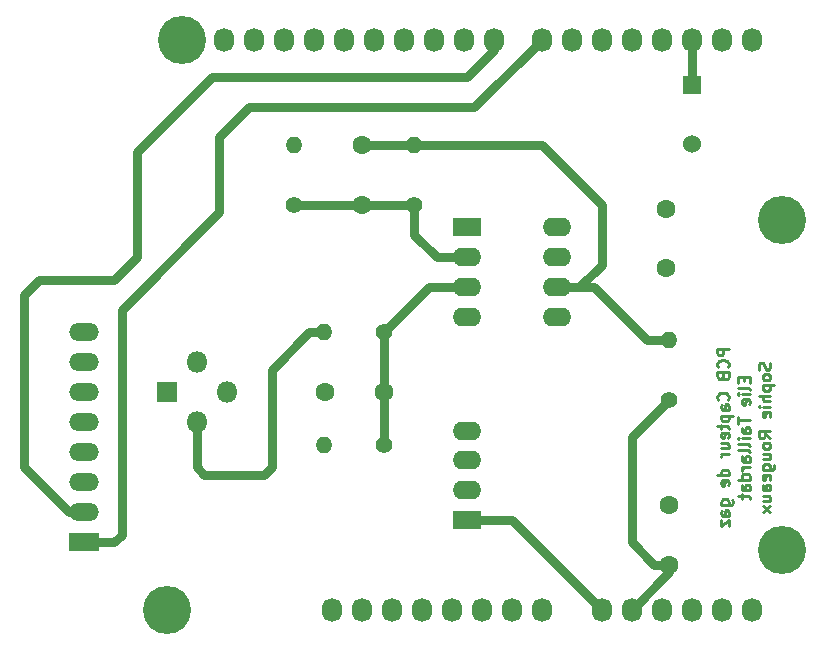
<source format=gbr>
G04 #@! TF.GenerationSoftware,KiCad,Pcbnew,(5.0.0)*
G04 #@! TF.CreationDate,2018-11-13T08:44:11+01:00*
G04 #@! TF.ProjectId,UNO,554E4F2E6B696361645F706362000000,rev?*
G04 #@! TF.SameCoordinates,Original*
G04 #@! TF.FileFunction,Copper,L2,Bot,Signal*
G04 #@! TF.FilePolarity,Positive*
%FSLAX46Y46*%
G04 Gerber Fmt 4.6, Leading zero omitted, Abs format (unit mm)*
G04 Created by KiCad (PCBNEW (5.0.0)) date 11/13/18 08:44:11*
%MOMM*%
%LPD*%
G01*
G04 APERTURE LIST*
G04 #@! TA.AperFunction,NonConductor*
%ADD10C,0.250000*%
G04 #@! TD*
G04 #@! TA.AperFunction,ComponentPad*
%ADD11O,2.400000X1.600000*%
G04 #@! TD*
G04 #@! TA.AperFunction,ComponentPad*
%ADD12R,2.400000X1.600000*%
G04 #@! TD*
G04 #@! TA.AperFunction,ComponentPad*
%ADD13C,1.524000*%
G04 #@! TD*
G04 #@! TA.AperFunction,ComponentPad*
%ADD14R,1.524000X1.524000*%
G04 #@! TD*
G04 #@! TA.AperFunction,ComponentPad*
%ADD15R,2.524000X1.524000*%
G04 #@! TD*
G04 #@! TA.AperFunction,ComponentPad*
%ADD16O,2.524000X1.524000*%
G04 #@! TD*
G04 #@! TA.AperFunction,ComponentPad*
%ADD17O,1.727200X2.032000*%
G04 #@! TD*
G04 #@! TA.AperFunction,ComponentPad*
%ADD18C,4.064000*%
G04 #@! TD*
G04 #@! TA.AperFunction,ComponentPad*
%ADD19C,1.600000*%
G04 #@! TD*
G04 #@! TA.AperFunction,ComponentPad*
%ADD20O,1.400000X1.400000*%
G04 #@! TD*
G04 #@! TA.AperFunction,ComponentPad*
%ADD21C,1.400000*%
G04 #@! TD*
G04 #@! TA.AperFunction,ComponentPad*
%ADD22R,1.800000X1.800000*%
G04 #@! TD*
G04 #@! TA.AperFunction,ComponentPad*
%ADD23O,1.800000X1.800000*%
G04 #@! TD*
G04 #@! TA.AperFunction,Conductor*
%ADD24C,0.800000*%
G04 #@! TD*
G04 APERTURE END LIST*
D10*
X172565380Y-101743809D02*
X171565380Y-101743809D01*
X171565380Y-102124761D01*
X171613000Y-102220000D01*
X171660619Y-102267619D01*
X171755857Y-102315238D01*
X171898714Y-102315238D01*
X171993952Y-102267619D01*
X172041571Y-102220000D01*
X172089190Y-102124761D01*
X172089190Y-101743809D01*
X172470142Y-103315238D02*
X172517761Y-103267619D01*
X172565380Y-103124761D01*
X172565380Y-103029523D01*
X172517761Y-102886666D01*
X172422523Y-102791428D01*
X172327285Y-102743809D01*
X172136809Y-102696190D01*
X171993952Y-102696190D01*
X171803476Y-102743809D01*
X171708238Y-102791428D01*
X171613000Y-102886666D01*
X171565380Y-103029523D01*
X171565380Y-103124761D01*
X171613000Y-103267619D01*
X171660619Y-103315238D01*
X172041571Y-104077142D02*
X172089190Y-104220000D01*
X172136809Y-104267619D01*
X172232047Y-104315238D01*
X172374904Y-104315238D01*
X172470142Y-104267619D01*
X172517761Y-104220000D01*
X172565380Y-104124761D01*
X172565380Y-103743809D01*
X171565380Y-103743809D01*
X171565380Y-104077142D01*
X171613000Y-104172380D01*
X171660619Y-104220000D01*
X171755857Y-104267619D01*
X171851095Y-104267619D01*
X171946333Y-104220000D01*
X171993952Y-104172380D01*
X172041571Y-104077142D01*
X172041571Y-103743809D01*
X172470142Y-106077142D02*
X172517761Y-106029523D01*
X172565380Y-105886666D01*
X172565380Y-105791428D01*
X172517761Y-105648571D01*
X172422523Y-105553333D01*
X172327285Y-105505714D01*
X172136809Y-105458095D01*
X171993952Y-105458095D01*
X171803476Y-105505714D01*
X171708238Y-105553333D01*
X171613000Y-105648571D01*
X171565380Y-105791428D01*
X171565380Y-105886666D01*
X171613000Y-106029523D01*
X171660619Y-106077142D01*
X172565380Y-106934285D02*
X172041571Y-106934285D01*
X171946333Y-106886666D01*
X171898714Y-106791428D01*
X171898714Y-106600952D01*
X171946333Y-106505714D01*
X172517761Y-106934285D02*
X172565380Y-106839047D01*
X172565380Y-106600952D01*
X172517761Y-106505714D01*
X172422523Y-106458095D01*
X172327285Y-106458095D01*
X172232047Y-106505714D01*
X172184428Y-106600952D01*
X172184428Y-106839047D01*
X172136809Y-106934285D01*
X171898714Y-107410476D02*
X172898714Y-107410476D01*
X171946333Y-107410476D02*
X171898714Y-107505714D01*
X171898714Y-107696190D01*
X171946333Y-107791428D01*
X171993952Y-107839047D01*
X172089190Y-107886666D01*
X172374904Y-107886666D01*
X172470142Y-107839047D01*
X172517761Y-107791428D01*
X172565380Y-107696190D01*
X172565380Y-107505714D01*
X172517761Y-107410476D01*
X171898714Y-108172380D02*
X171898714Y-108553333D01*
X171565380Y-108315238D02*
X172422523Y-108315238D01*
X172517761Y-108362857D01*
X172565380Y-108458095D01*
X172565380Y-108553333D01*
X172517761Y-109267619D02*
X172565380Y-109172380D01*
X172565380Y-108981904D01*
X172517761Y-108886666D01*
X172422523Y-108839047D01*
X172041571Y-108839047D01*
X171946333Y-108886666D01*
X171898714Y-108981904D01*
X171898714Y-109172380D01*
X171946333Y-109267619D01*
X172041571Y-109315238D01*
X172136809Y-109315238D01*
X172232047Y-108839047D01*
X171898714Y-110172380D02*
X172565380Y-110172380D01*
X171898714Y-109743809D02*
X172422523Y-109743809D01*
X172517761Y-109791428D01*
X172565380Y-109886666D01*
X172565380Y-110029523D01*
X172517761Y-110124761D01*
X172470142Y-110172380D01*
X172565380Y-110648571D02*
X171898714Y-110648571D01*
X172089190Y-110648571D02*
X171993952Y-110696190D01*
X171946333Y-110743809D01*
X171898714Y-110839047D01*
X171898714Y-110934285D01*
X172565380Y-112458095D02*
X171565380Y-112458095D01*
X172517761Y-112458095D02*
X172565380Y-112362857D01*
X172565380Y-112172380D01*
X172517761Y-112077142D01*
X172470142Y-112029523D01*
X172374904Y-111981904D01*
X172089190Y-111981904D01*
X171993952Y-112029523D01*
X171946333Y-112077142D01*
X171898714Y-112172380D01*
X171898714Y-112362857D01*
X171946333Y-112458095D01*
X172517761Y-113315238D02*
X172565380Y-113219999D01*
X172565380Y-113029523D01*
X172517761Y-112934285D01*
X172422523Y-112886666D01*
X172041571Y-112886666D01*
X171946333Y-112934285D01*
X171898714Y-113029523D01*
X171898714Y-113219999D01*
X171946333Y-113315238D01*
X172041571Y-113362857D01*
X172136809Y-113362857D01*
X172232047Y-112886666D01*
X171898714Y-114981904D02*
X172708238Y-114981904D01*
X172803476Y-114934285D01*
X172851095Y-114886666D01*
X172898714Y-114791428D01*
X172898714Y-114648571D01*
X172851095Y-114553333D01*
X172517761Y-114981904D02*
X172565380Y-114886666D01*
X172565380Y-114696190D01*
X172517761Y-114600952D01*
X172470142Y-114553333D01*
X172374904Y-114505714D01*
X172089190Y-114505714D01*
X171993952Y-114553333D01*
X171946333Y-114600952D01*
X171898714Y-114696190D01*
X171898714Y-114886666D01*
X171946333Y-114981904D01*
X172565380Y-115886666D02*
X172041571Y-115886666D01*
X171946333Y-115839047D01*
X171898714Y-115743809D01*
X171898714Y-115553333D01*
X171946333Y-115458095D01*
X172517761Y-115886666D02*
X172565380Y-115791428D01*
X172565380Y-115553333D01*
X172517761Y-115458095D01*
X172422523Y-115410476D01*
X172327285Y-115410476D01*
X172232047Y-115458095D01*
X172184428Y-115553333D01*
X172184428Y-115791428D01*
X172136809Y-115886666D01*
X171898714Y-116267619D02*
X171898714Y-116791428D01*
X172565380Y-116267619D01*
X172565380Y-116791428D01*
X173791571Y-104148571D02*
X173791571Y-104481904D01*
X174315380Y-104624761D02*
X174315380Y-104148571D01*
X173315380Y-104148571D01*
X173315380Y-104624761D01*
X174315380Y-105196190D02*
X174267761Y-105100952D01*
X174172523Y-105053333D01*
X173315380Y-105053333D01*
X174315380Y-105577142D02*
X173648714Y-105577142D01*
X173315380Y-105577142D02*
X173363000Y-105529523D01*
X173410619Y-105577142D01*
X173363000Y-105624761D01*
X173315380Y-105577142D01*
X173410619Y-105577142D01*
X174267761Y-106434285D02*
X174315380Y-106339047D01*
X174315380Y-106148571D01*
X174267761Y-106053333D01*
X174172523Y-106005714D01*
X173791571Y-106005714D01*
X173696333Y-106053333D01*
X173648714Y-106148571D01*
X173648714Y-106339047D01*
X173696333Y-106434285D01*
X173791571Y-106481904D01*
X173886809Y-106481904D01*
X173982047Y-106005714D01*
X173315380Y-107529523D02*
X173315380Y-108100952D01*
X174315380Y-107815238D02*
X173315380Y-107815238D01*
X174315380Y-108862857D02*
X173791571Y-108862857D01*
X173696333Y-108815238D01*
X173648714Y-108720000D01*
X173648714Y-108529523D01*
X173696333Y-108434285D01*
X174267761Y-108862857D02*
X174315380Y-108767619D01*
X174315380Y-108529523D01*
X174267761Y-108434285D01*
X174172523Y-108386666D01*
X174077285Y-108386666D01*
X173982047Y-108434285D01*
X173934428Y-108529523D01*
X173934428Y-108767619D01*
X173886809Y-108862857D01*
X174315380Y-109339047D02*
X173648714Y-109339047D01*
X173315380Y-109339047D02*
X173363000Y-109291428D01*
X173410619Y-109339047D01*
X173363000Y-109386666D01*
X173315380Y-109339047D01*
X173410619Y-109339047D01*
X174315380Y-109958095D02*
X174267761Y-109862857D01*
X174172523Y-109815238D01*
X173315380Y-109815238D01*
X174315380Y-110481904D02*
X174267761Y-110386666D01*
X174172523Y-110339047D01*
X173315380Y-110339047D01*
X174315380Y-111291428D02*
X173791571Y-111291428D01*
X173696333Y-111243809D01*
X173648714Y-111148571D01*
X173648714Y-110958095D01*
X173696333Y-110862857D01*
X174267761Y-111291428D02*
X174315380Y-111196190D01*
X174315380Y-110958095D01*
X174267761Y-110862857D01*
X174172523Y-110815238D01*
X174077285Y-110815238D01*
X173982047Y-110862857D01*
X173934428Y-110958095D01*
X173934428Y-111196190D01*
X173886809Y-111291428D01*
X174315380Y-111767619D02*
X173648714Y-111767619D01*
X173839190Y-111767619D02*
X173743952Y-111815238D01*
X173696333Y-111862857D01*
X173648714Y-111958095D01*
X173648714Y-112053333D01*
X174315380Y-112815238D02*
X173315380Y-112815238D01*
X174267761Y-112815238D02*
X174315380Y-112720000D01*
X174315380Y-112529523D01*
X174267761Y-112434285D01*
X174220142Y-112386666D01*
X174124904Y-112339047D01*
X173839190Y-112339047D01*
X173743952Y-112386666D01*
X173696333Y-112434285D01*
X173648714Y-112529523D01*
X173648714Y-112720000D01*
X173696333Y-112815238D01*
X174315380Y-113720000D02*
X173791571Y-113720000D01*
X173696333Y-113672380D01*
X173648714Y-113577142D01*
X173648714Y-113386666D01*
X173696333Y-113291428D01*
X174267761Y-113720000D02*
X174315380Y-113624761D01*
X174315380Y-113386666D01*
X174267761Y-113291428D01*
X174172523Y-113243809D01*
X174077285Y-113243809D01*
X173982047Y-113291428D01*
X173934428Y-113386666D01*
X173934428Y-113624761D01*
X173886809Y-113720000D01*
X173648714Y-114053333D02*
X173648714Y-114434285D01*
X173315380Y-114196190D02*
X174172523Y-114196190D01*
X174267761Y-114243809D01*
X174315380Y-114339047D01*
X174315380Y-114434285D01*
X176017761Y-102934285D02*
X176065380Y-103077142D01*
X176065380Y-103315238D01*
X176017761Y-103410476D01*
X175970142Y-103458095D01*
X175874904Y-103505714D01*
X175779666Y-103505714D01*
X175684428Y-103458095D01*
X175636809Y-103410476D01*
X175589190Y-103315238D01*
X175541571Y-103124761D01*
X175493952Y-103029523D01*
X175446333Y-102981904D01*
X175351095Y-102934285D01*
X175255857Y-102934285D01*
X175160619Y-102981904D01*
X175113000Y-103029523D01*
X175065380Y-103124761D01*
X175065380Y-103362857D01*
X175113000Y-103505714D01*
X176065380Y-104077142D02*
X176017761Y-103981904D01*
X175970142Y-103934285D01*
X175874904Y-103886666D01*
X175589190Y-103886666D01*
X175493952Y-103934285D01*
X175446333Y-103981904D01*
X175398714Y-104077142D01*
X175398714Y-104220000D01*
X175446333Y-104315238D01*
X175493952Y-104362857D01*
X175589190Y-104410476D01*
X175874904Y-104410476D01*
X175970142Y-104362857D01*
X176017761Y-104315238D01*
X176065380Y-104220000D01*
X176065380Y-104077142D01*
X175398714Y-104839047D02*
X176398714Y-104839047D01*
X175446333Y-104839047D02*
X175398714Y-104934285D01*
X175398714Y-105124761D01*
X175446333Y-105220000D01*
X175493952Y-105267619D01*
X175589190Y-105315238D01*
X175874904Y-105315238D01*
X175970142Y-105267619D01*
X176017761Y-105220000D01*
X176065380Y-105124761D01*
X176065380Y-104934285D01*
X176017761Y-104839047D01*
X176065380Y-105743809D02*
X175065380Y-105743809D01*
X176065380Y-106172380D02*
X175541571Y-106172380D01*
X175446333Y-106124761D01*
X175398714Y-106029523D01*
X175398714Y-105886666D01*
X175446333Y-105791428D01*
X175493952Y-105743809D01*
X176065380Y-106648571D02*
X175398714Y-106648571D01*
X175065380Y-106648571D02*
X175113000Y-106600952D01*
X175160619Y-106648571D01*
X175113000Y-106696190D01*
X175065380Y-106648571D01*
X175160619Y-106648571D01*
X176017761Y-107505714D02*
X176065380Y-107410476D01*
X176065380Y-107220000D01*
X176017761Y-107124761D01*
X175922523Y-107077142D01*
X175541571Y-107077142D01*
X175446333Y-107124761D01*
X175398714Y-107220000D01*
X175398714Y-107410476D01*
X175446333Y-107505714D01*
X175541571Y-107553333D01*
X175636809Y-107553333D01*
X175732047Y-107077142D01*
X176065380Y-109315238D02*
X175589190Y-108981904D01*
X176065380Y-108743809D02*
X175065380Y-108743809D01*
X175065380Y-109124761D01*
X175113000Y-109220000D01*
X175160619Y-109267619D01*
X175255857Y-109315238D01*
X175398714Y-109315238D01*
X175493952Y-109267619D01*
X175541571Y-109220000D01*
X175589190Y-109124761D01*
X175589190Y-108743809D01*
X176065380Y-109886666D02*
X176017761Y-109791428D01*
X175970142Y-109743809D01*
X175874904Y-109696190D01*
X175589190Y-109696190D01*
X175493952Y-109743809D01*
X175446333Y-109791428D01*
X175398714Y-109886666D01*
X175398714Y-110029523D01*
X175446333Y-110124761D01*
X175493952Y-110172380D01*
X175589190Y-110220000D01*
X175874904Y-110220000D01*
X175970142Y-110172380D01*
X176017761Y-110124761D01*
X176065380Y-110029523D01*
X176065380Y-109886666D01*
X175398714Y-111077142D02*
X176065380Y-111077142D01*
X175398714Y-110648571D02*
X175922523Y-110648571D01*
X176017761Y-110696190D01*
X176065380Y-110791428D01*
X176065380Y-110934285D01*
X176017761Y-111029523D01*
X175970142Y-111077142D01*
X175398714Y-111981904D02*
X176208238Y-111981904D01*
X176303476Y-111934285D01*
X176351095Y-111886666D01*
X176398714Y-111791428D01*
X176398714Y-111648571D01*
X176351095Y-111553333D01*
X176017761Y-111981904D02*
X176065380Y-111886666D01*
X176065380Y-111696190D01*
X176017761Y-111600952D01*
X175970142Y-111553333D01*
X175874904Y-111505714D01*
X175589190Y-111505714D01*
X175493952Y-111553333D01*
X175446333Y-111600952D01*
X175398714Y-111696190D01*
X175398714Y-111886666D01*
X175446333Y-111981904D01*
X176017761Y-112839047D02*
X176065380Y-112743809D01*
X176065380Y-112553333D01*
X176017761Y-112458095D01*
X175922523Y-112410476D01*
X175541571Y-112410476D01*
X175446333Y-112458095D01*
X175398714Y-112553333D01*
X175398714Y-112743809D01*
X175446333Y-112839047D01*
X175541571Y-112886666D01*
X175636809Y-112886666D01*
X175732047Y-112410476D01*
X176065380Y-113743809D02*
X175541571Y-113743809D01*
X175446333Y-113696190D01*
X175398714Y-113600952D01*
X175398714Y-113410476D01*
X175446333Y-113315238D01*
X176017761Y-113743809D02*
X176065380Y-113648571D01*
X176065380Y-113410476D01*
X176017761Y-113315238D01*
X175922523Y-113267619D01*
X175827285Y-113267619D01*
X175732047Y-113315238D01*
X175684428Y-113410476D01*
X175684428Y-113648571D01*
X175636809Y-113743809D01*
X175398714Y-114648571D02*
X176065380Y-114648571D01*
X175398714Y-114220000D02*
X175922523Y-114220000D01*
X176017761Y-114267619D01*
X176065380Y-114362857D01*
X176065380Y-114505714D01*
X176017761Y-114600952D01*
X175970142Y-114648571D01*
X176065380Y-115029523D02*
X175398714Y-115553333D01*
X175398714Y-115029523D02*
X176065380Y-115553333D01*
D11*
G04 #@! TO.P,J1,4*
G04 #@! TO.N,GND*
X150368000Y-108705000D03*
G04 #@! TO.P,J1,3*
G04 #@! TO.N,3V3*
X150368000Y-111205000D03*
G04 #@! TO.P,J1,2*
G04 #@! TO.N,/Analog2*
X150368000Y-113705000D03*
D12*
G04 #@! TO.P,J1,1*
G04 #@! TO.N,/A0*
X150368000Y-116205000D03*
G04 #@! TD*
D13*
G04 #@! TO.P,J2,2*
G04 #@! TO.N,GND*
X169418000Y-84375000D03*
D14*
G04 #@! TO.P,J2,1*
G04 #@! TO.N,/2*
X169418000Y-79375000D03*
G04 #@! TD*
D15*
G04 #@! TO.P,U10,1*
G04 #@! TO.N,/7*
X117983000Y-118110000D03*
D16*
G04 #@! TO.P,U10,2*
G04 #@! TO.N,/8*
X117983000Y-115570000D03*
G04 #@! TO.P,U10,3*
G04 #@! TO.N,Net-(U10-Pad3)*
X117983000Y-113030000D03*
G04 #@! TO.P,U10,4*
G04 #@! TO.N,Net-(U10-Pad4)*
X117983000Y-110490000D03*
G04 #@! TO.P,U10,5*
G04 #@! TO.N,/Reset*
X117983000Y-107950000D03*
G04 #@! TO.P,U10,6*
G04 #@! TO.N,3V3*
X117983000Y-105410000D03*
G04 #@! TO.P,U10,7*
G04 #@! TO.N,Net-(U10-Pad7)*
X117983000Y-102870000D03*
G04 #@! TO.P,U10,8*
G04 #@! TO.N,GND*
X117983000Y-100330000D03*
G04 #@! TD*
D17*
G04 #@! TO.P,P1,8*
G04 #@! TO.N,/Vin*
X156718000Y-123825000D03*
G04 #@! TO.P,P1,7*
G04 #@! TO.N,GND*
X154178000Y-123825000D03*
G04 #@! TO.P,P1,6*
X151638000Y-123825000D03*
G04 #@! TO.P,P1,5*
G04 #@! TO.N,5V*
X149098000Y-123825000D03*
G04 #@! TO.P,P1,4*
G04 #@! TO.N,3V3*
X146558000Y-123825000D03*
G04 #@! TO.P,P1,3*
G04 #@! TO.N,/Reset*
X144018000Y-123825000D03*
G04 #@! TO.P,P1,2*
G04 #@! TO.N,/IOREF*
X141478000Y-123825000D03*
G04 #@! TO.P,P1,1*
G04 #@! TO.N,Net-(P1-Pad1)*
X138938000Y-123825000D03*
G04 #@! TD*
G04 #@! TO.P,P2,6*
G04 #@! TO.N,/A5*
X174498000Y-123825000D03*
G04 #@! TO.P,P2,5*
G04 #@! TO.N,/A4*
X171958000Y-123825000D03*
G04 #@! TO.P,P2,4*
G04 #@! TO.N,/A3*
X169418000Y-123825000D03*
G04 #@! TO.P,P2,3*
G04 #@! TO.N,/A2*
X166878000Y-123825000D03*
G04 #@! TO.P,P2,2*
G04 #@! TO.N,/A1*
X164338000Y-123825000D03*
G04 #@! TO.P,P2,1*
G04 #@! TO.N,/A0*
X161798000Y-123825000D03*
G04 #@! TD*
G04 #@! TO.P,P3,10*
G04 #@! TO.N,/8*
X152654000Y-75565000D03*
G04 #@! TO.P,P3,9*
G04 #@! TO.N,/9(\002A\002A)*
X150114000Y-75565000D03*
G04 #@! TO.P,P3,8*
G04 #@! TO.N,/10(\002A\002A/SS)*
X147574000Y-75565000D03*
G04 #@! TO.P,P3,7*
G04 #@! TO.N,/11(\002A\002A/MOSI)*
X145034000Y-75565000D03*
G04 #@! TO.P,P3,6*
G04 #@! TO.N,/12(MISO)*
X142494000Y-75565000D03*
G04 #@! TO.P,P3,5*
G04 #@! TO.N,/13(SCK)*
X139954000Y-75565000D03*
G04 #@! TO.P,P3,4*
G04 #@! TO.N,GND*
X137414000Y-75565000D03*
G04 #@! TO.P,P3,3*
G04 #@! TO.N,/AREF*
X134874000Y-75565000D03*
G04 #@! TO.P,P3,2*
G04 #@! TO.N,/A4(SDA)*
X132334000Y-75565000D03*
G04 #@! TO.P,P3,1*
G04 #@! TO.N,/A5(SCL)*
X129794000Y-75565000D03*
G04 #@! TD*
G04 #@! TO.P,P4,8*
G04 #@! TO.N,/0(Rx)*
X174498000Y-75565000D03*
G04 #@! TO.P,P4,7*
G04 #@! TO.N,/1(Tx)*
X171958000Y-75565000D03*
G04 #@! TO.P,P4,6*
G04 #@! TO.N,/2*
X169418000Y-75565000D03*
G04 #@! TO.P,P4,5*
G04 #@! TO.N,/3(\002A\002A)*
X166878000Y-75565000D03*
G04 #@! TO.P,P4,4*
G04 #@! TO.N,/4*
X164338000Y-75565000D03*
G04 #@! TO.P,P4,3*
G04 #@! TO.N,/5(\002A\002A)*
X161798000Y-75565000D03*
G04 #@! TO.P,P4,2*
G04 #@! TO.N,/6(\002A\002A)*
X159258000Y-75565000D03*
G04 #@! TO.P,P4,1*
G04 #@! TO.N,/7*
X156718000Y-75565000D03*
G04 #@! TD*
D18*
G04 #@! TO.P,P5,1*
G04 #@! TO.N,Net-(P5-Pad1)*
X124968000Y-123825000D03*
G04 #@! TD*
G04 #@! TO.P,P6,1*
G04 #@! TO.N,Net-(P6-Pad1)*
X177038000Y-118745000D03*
G04 #@! TD*
G04 #@! TO.P,P7,1*
G04 #@! TO.N,Net-(P7-Pad1)*
X126238000Y-75565000D03*
G04 #@! TD*
G04 #@! TO.P,P8,1*
G04 #@! TO.N,Net-(P8-Pad1)*
X177038000Y-90805000D03*
G04 #@! TD*
D19*
G04 #@! TO.P,C1,2*
G04 #@! TO.N,GND*
X138383000Y-105410000D03*
G04 #@! TO.P,C1,1*
G04 #@! TO.N,Net-(C1-Pad1)*
X143383000Y-105410000D03*
G04 #@! TD*
G04 #@! TO.P,C2,2*
G04 #@! TO.N,GND*
X167513000Y-115015000D03*
G04 #@! TO.P,C2,1*
G04 #@! TO.N,/A1*
X167513000Y-120015000D03*
G04 #@! TD*
G04 #@! TO.P,C3,2*
G04 #@! TO.N,GND*
X167195500Y-89932500D03*
G04 #@! TO.P,C3,1*
G04 #@! TO.N,5V*
X167195500Y-94932500D03*
G04 #@! TD*
G04 #@! TO.P,C4,2*
G04 #@! TO.N,Net-(C4-Pad2)*
X141478000Y-84535000D03*
G04 #@! TO.P,C4,1*
G04 #@! TO.N,Net-(C4-Pad1)*
X141478000Y-89535000D03*
G04 #@! TD*
D20*
G04 #@! TO.P,R1,2*
G04 #@! TO.N,GND*
X138303000Y-109855000D03*
D21*
G04 #@! TO.P,R1,1*
G04 #@! TO.N,Net-(C1-Pad1)*
X143383000Y-109855000D03*
G04 #@! TD*
D20*
G04 #@! TO.P,R2,2*
G04 #@! TO.N,GND*
X135763000Y-84455000D03*
D21*
G04 #@! TO.P,R2,1*
G04 #@! TO.N,Net-(C4-Pad1)*
X135763000Y-89535000D03*
G04 #@! TD*
D20*
G04 #@! TO.P,R3,2*
G04 #@! TO.N,Net-(C4-Pad2)*
X145923000Y-84455000D03*
D21*
G04 #@! TO.P,R3,1*
G04 #@! TO.N,Net-(C4-Pad1)*
X145923000Y-89535000D03*
G04 #@! TD*
D20*
G04 #@! TO.P,R5,2*
G04 #@! TO.N,Net-(R5-Pad2)*
X138303000Y-100330000D03*
D21*
G04 #@! TO.P,R5,1*
G04 #@! TO.N,Net-(C1-Pad1)*
X143383000Y-100330000D03*
G04 #@! TD*
D20*
G04 #@! TO.P,R6,2*
G04 #@! TO.N,Net-(C4-Pad2)*
X167513000Y-100965000D03*
D21*
G04 #@! TO.P,R6,1*
G04 #@! TO.N,/A1*
X167513000Y-106045000D03*
G04 #@! TD*
D11*
G04 #@! TO.P,U2,8*
G04 #@! TO.N,Net-(U2-Pad8)*
X157988000Y-91440000D03*
G04 #@! TO.P,U2,4*
G04 #@! TO.N,GND*
X150368000Y-99060000D03*
G04 #@! TO.P,U2,7*
G04 #@! TO.N,5V*
X157988000Y-93980000D03*
G04 #@! TO.P,U2,3*
G04 #@! TO.N,Net-(C1-Pad1)*
X150368000Y-96520000D03*
G04 #@! TO.P,U2,6*
G04 #@! TO.N,Net-(C4-Pad2)*
X157988000Y-96520000D03*
G04 #@! TO.P,U2,2*
G04 #@! TO.N,Net-(C4-Pad1)*
X150368000Y-93980000D03*
G04 #@! TO.P,U2,5*
G04 #@! TO.N,Net-(U2-Pad5)*
X157988000Y-99060000D03*
D12*
G04 #@! TO.P,U2,1*
G04 #@! TO.N,Net-(U2-Pad1)*
X150368000Y-91440000D03*
G04 #@! TD*
D22*
G04 #@! TO.P,U3,1*
G04 #@! TO.N,3V3*
X124968000Y-105410000D03*
D23*
G04 #@! TO.P,U3,2*
G04 #@! TO.N,Net-(R5-Pad2)*
X127508000Y-107950000D03*
G04 #@! TO.P,U3,3*
G04 #@! TO.N,N/C*
X130048000Y-105410000D03*
G04 #@! TO.P,U3,4*
X127508000Y-102870000D03*
G04 #@! TD*
D24*
G04 #@! TO.N,/A0*
X150368000Y-116205000D02*
X154178000Y-116205000D01*
X154178000Y-116205000D02*
X161798000Y-123825000D01*
G04 #@! TO.N,/A1*
X167513000Y-120015000D02*
X167513000Y-120650000D01*
X167513000Y-120650000D02*
X164338000Y-123825000D01*
X167513000Y-106045000D02*
X164338000Y-109220000D01*
X166243000Y-120015000D02*
X167513000Y-120015000D01*
X164338000Y-118110000D02*
X166243000Y-120015000D01*
X164338000Y-109220000D02*
X164338000Y-118110000D01*
G04 #@! TO.N,/8*
X152654000Y-75565000D02*
X152654000Y-76454000D01*
X116713000Y-115570000D02*
X117983000Y-115570000D01*
X112903000Y-111760000D02*
X116713000Y-115570000D01*
X112903000Y-97155000D02*
X112903000Y-111760000D01*
X114173000Y-95885000D02*
X112903000Y-97155000D01*
X120523000Y-95885000D02*
X114173000Y-95885000D01*
X122428000Y-93980000D02*
X120523000Y-95885000D01*
X122428000Y-85090000D02*
X122428000Y-93980000D01*
X128778000Y-78740000D02*
X122428000Y-85090000D01*
X150368000Y-78740000D02*
X128778000Y-78740000D01*
X152654000Y-76454000D02*
X150368000Y-78740000D01*
G04 #@! TO.N,/7*
X117983000Y-118110000D02*
X120523000Y-118110000D01*
X151003000Y-81280000D02*
X156718000Y-75565000D01*
X131953000Y-81280000D02*
X151003000Y-81280000D01*
X129413000Y-83820000D02*
X131953000Y-81280000D01*
X129413000Y-90170000D02*
X129413000Y-83820000D01*
X121158000Y-98425000D02*
X129413000Y-90170000D01*
X121158000Y-117475000D02*
X121158000Y-98425000D01*
X120523000Y-118110000D02*
X121158000Y-117475000D01*
G04 #@! TO.N,/2*
X169418000Y-75565000D02*
X169418000Y-79375000D01*
G04 #@! TO.N,Net-(C1-Pad1)*
X143383000Y-105410000D02*
X143383000Y-100330000D01*
X143383000Y-109855000D02*
X143383000Y-105410000D01*
X150368000Y-96520000D02*
X147193000Y-96520000D01*
X147193000Y-96520000D02*
X143383000Y-100330000D01*
G04 #@! TO.N,Net-(C4-Pad2)*
X141478000Y-84535000D02*
X145843000Y-84535000D01*
X145843000Y-84535000D02*
X145923000Y-84455000D01*
X145923000Y-84455000D02*
X156718000Y-84455000D01*
X159893000Y-96520000D02*
X157988000Y-96520000D01*
X161798000Y-94615000D02*
X159893000Y-96520000D01*
X161798000Y-89535000D02*
X161798000Y-94615000D01*
X156718000Y-84455000D02*
X161798000Y-89535000D01*
X167513000Y-100965000D02*
X165608000Y-100965000D01*
X161163000Y-96520000D02*
X157988000Y-96520000D01*
X165608000Y-100965000D02*
X161163000Y-96520000D01*
G04 #@! TO.N,Net-(C4-Pad1)*
X135763000Y-89535000D02*
X140843000Y-89535000D01*
X145923000Y-89535000D02*
X140843000Y-89535000D01*
X145923000Y-89535000D02*
X145923000Y-92075000D01*
X147828000Y-93980000D02*
X150368000Y-93980000D01*
X145923000Y-92075000D02*
X147828000Y-93980000D01*
G04 #@! TO.N,Net-(R5-Pad2)*
X138303000Y-100330000D02*
X137033000Y-100330000D01*
X127508000Y-111760000D02*
X127508000Y-107950000D01*
X128143000Y-112395000D02*
X127508000Y-111760000D01*
X133223000Y-112395000D02*
X128143000Y-112395000D01*
X133858000Y-111760000D02*
X133223000Y-112395000D01*
X133858000Y-103505000D02*
X133858000Y-111760000D01*
X137033000Y-100330000D02*
X133858000Y-103505000D01*
G04 #@! TD*
M02*

</source>
